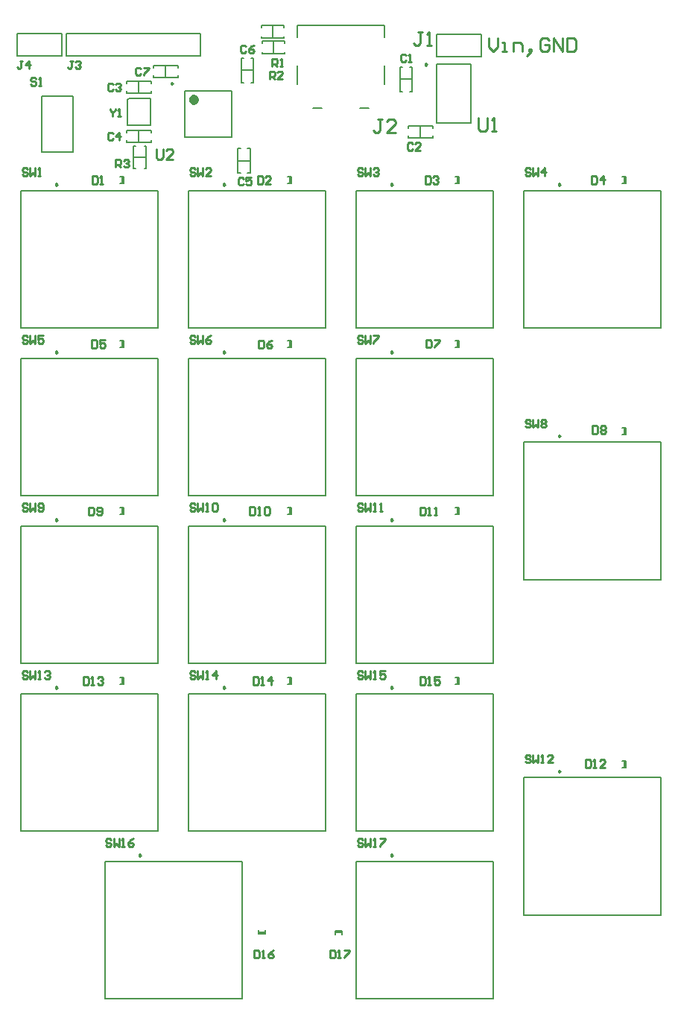
<source format=gto>
G04*
G04 #@! TF.GenerationSoftware,Altium Limited,Altium Designer,21.3.2 (30)*
G04*
G04 Layer_Color=65535*
%FSLAX25Y25*%
%MOIN*%
G70*
G04*
G04 #@! TF.SameCoordinates,2B475E60-5533-4C64-9BAB-B6E77246D606*
G04*
G04*
G04 #@! TF.FilePolarity,Positive*
G04*
G01*
G75*
%ADD10C,0.00394*%
%ADD11C,0.00984*%
%ADD12C,0.02362*%
%ADD13C,0.00787*%
%ADD14C,0.00591*%
%ADD15C,0.01000*%
D10*
X54685Y410299D02*
D03*
D11*
X188992Y425189D02*
X188254Y425615D01*
Y424763D01*
X188992Y425189D01*
X75350Y416583D02*
X74612Y417009D01*
Y416156D01*
X75350Y416583D01*
X60943Y71415D02*
X60205Y71842D01*
Y70989D01*
X60943Y71415D01*
X23443Y146415D02*
X22705Y146842D01*
Y145989D01*
X23443Y146415D01*
Y221415D02*
X22705Y221842D01*
Y220989D01*
X23443Y221415D01*
Y296415D02*
X22705Y296842D01*
Y295989D01*
X23443Y296415D01*
Y371415D02*
X22705Y371842D01*
Y370989D01*
X23443Y371415D01*
X98443D02*
X97705Y371842D01*
Y370989D01*
X98443Y371415D01*
X173443D02*
X172705Y371842D01*
Y370989D01*
X173443Y371415D01*
X248443D02*
X247705Y371842D01*
Y370989D01*
X248443Y371415D01*
Y258915D02*
X247705Y259342D01*
Y258489D01*
X248443Y258915D01*
X173443Y296415D02*
X172705Y296842D01*
Y295989D01*
X173443Y296415D01*
X98443D02*
X97705Y296842D01*
Y295989D01*
X98443Y296415D01*
X248443Y108915D02*
X247705Y109342D01*
Y108489D01*
X248443Y108915D01*
X173443Y221415D02*
X172705Y221842D01*
Y220989D01*
X173443Y221415D01*
X98443D02*
X97705Y221842D01*
Y220989D01*
X98443Y221415D01*
X173443Y146415D02*
X172705Y146842D01*
Y145989D01*
X173443Y146415D01*
X98443D02*
X97705Y146842D01*
Y145989D01*
X98443Y146415D01*
X173443Y71415D02*
X172705Y71842D01*
Y70989D01*
X173443Y71415D01*
D12*
X85685Y409496D02*
X85240Y410420D01*
X84241Y410647D01*
X83440Y410008D01*
Y408984D01*
X84241Y408345D01*
X85240Y408573D01*
X85685Y409496D01*
D13*
X65118Y398095D02*
Y409905D01*
X54882Y398095D02*
X65118D01*
X55669Y409905D02*
X65118D01*
X54882Y409118D02*
X55669Y409905D01*
X54882Y398095D02*
Y409118D01*
X193323Y398811D02*
Y425189D01*
X208677Y398811D02*
Y425189D01*
X193323D02*
X208677D01*
X193323Y398811D02*
X208677D01*
X51571Y371900D02*
X53287D01*
Y374900D01*
X52500Y371900D02*
Y374900D01*
X51571D02*
X53287D01*
X126471D02*
X128187D01*
X127400Y371900D02*
Y374900D01*
X128187Y371900D02*
Y374900D01*
X126471Y371900D02*
X128187D01*
X201571Y374900D02*
X203287D01*
X202500Y371900D02*
Y374900D01*
X203287Y371900D02*
Y374900D01*
X201571Y371900D02*
X203287D01*
X276171Y374900D02*
X277887D01*
X277100Y371900D02*
Y374900D01*
X277887Y371900D02*
Y374900D01*
X276171Y371900D02*
X277887D01*
X51571Y301500D02*
X53287D01*
X52500Y298500D02*
Y301500D01*
X53287Y298500D02*
Y301500D01*
X51571Y298500D02*
X53287D01*
X126471Y301500D02*
X128187D01*
X127400Y298500D02*
Y301500D01*
X128187Y298500D02*
Y301500D01*
X126471Y298500D02*
X128187D01*
X201571Y301500D02*
X203287D01*
X202500Y298500D02*
Y301500D01*
X203287Y298500D02*
Y301500D01*
X201571Y298500D02*
X203287D01*
X276171Y262700D02*
X277887D01*
X277100Y259700D02*
Y262700D01*
X277887Y259700D02*
Y262700D01*
X276171Y259700D02*
X277887D01*
X51571Y223800D02*
X53287D01*
Y226800D01*
X52500Y223800D02*
Y226800D01*
X51571D02*
X53287D01*
X126471Y223800D02*
X128187D01*
Y226800D01*
X127400Y223800D02*
Y226800D01*
X126471D02*
X128187D01*
X201571D02*
X203287D01*
X202500Y223800D02*
Y226800D01*
X203287Y223800D02*
Y226800D01*
X201571Y223800D02*
X203287D01*
X276171Y110500D02*
X277887D01*
Y113500D01*
X277100Y110500D02*
Y113500D01*
X276171D02*
X277887D01*
X51571Y148000D02*
X53287D01*
Y151000D01*
X52500Y148000D02*
Y151000D01*
X51571D02*
X53287D01*
X126471Y148000D02*
X128187D01*
Y151000D01*
X127400Y148000D02*
Y151000D01*
X126471D02*
X128187D01*
X201571Y148000D02*
X203287D01*
Y151000D01*
X202500Y148000D02*
Y151000D01*
X201571D02*
X203287D01*
X116500Y36113D02*
Y37829D01*
X113500Y36900D02*
X116500D01*
X113500Y36113D02*
X116500D01*
X113500D02*
Y37829D01*
X151000Y35971D02*
Y37687D01*
X148000D02*
X151000D01*
X148000Y36900D02*
X151000D01*
X148000Y35971D02*
Y37687D01*
X213169Y428625D02*
Y438625D01*
X193169Y428625D02*
X213169D01*
X193169D02*
Y438625D01*
X213169D01*
X170000Y437268D02*
Y442768D01*
X131000D02*
X170000D01*
X131000Y437268D02*
Y442768D01*
X159000Y405768D02*
X163000D01*
X138000D02*
X142000D01*
X170000Y416268D02*
Y424768D01*
X131000Y416268D02*
Y424768D01*
X80567Y392567D02*
Y413433D01*
X101433Y392567D02*
Y413433D01*
X80567D02*
X101433D01*
X80567Y392567D02*
X101433D01*
X30500Y386000D02*
Y411000D01*
X16500D02*
X30500D01*
X16500Y386000D02*
Y411000D01*
Y386000D02*
X30500D01*
X5500Y429000D02*
X25500D01*
Y439000D01*
X5500D02*
X25500D01*
X5500Y429000D02*
Y439000D01*
X27500Y429000D02*
Y439000D01*
X87500Y429000D02*
Y439000D01*
X27500Y429000D02*
X87500D01*
X27500Y439000D02*
X87500D01*
X44742Y68660D02*
X106159D01*
Y7242D02*
Y68660D01*
X44742Y7242D02*
X106159D01*
X44742D02*
Y68660D01*
X7242Y143659D02*
X68659D01*
Y82242D02*
Y143659D01*
X7242Y82242D02*
X68659D01*
X7242D02*
Y143659D01*
Y218659D02*
X68659D01*
Y157242D02*
Y218659D01*
X7242Y157242D02*
X68659D01*
X7242D02*
Y218659D01*
Y293659D02*
X68659D01*
Y232242D02*
Y293659D01*
X7242Y232242D02*
X68659D01*
X7242D02*
Y293659D01*
Y368659D02*
X68659D01*
Y307242D02*
Y368659D01*
X7242Y307242D02*
X68659D01*
X7242D02*
Y368659D01*
X82242D02*
X143659D01*
Y307242D02*
Y368659D01*
X82242Y307242D02*
X143659D01*
X82242D02*
Y368659D01*
X157242D02*
X218659D01*
Y307242D02*
Y368659D01*
X157242Y307242D02*
X218659D01*
X157242D02*
Y368659D01*
X232242D02*
X293659D01*
Y307242D02*
Y368659D01*
X232242Y307242D02*
X293659D01*
X232242D02*
Y368659D01*
Y256159D02*
X293659D01*
Y194742D02*
Y256159D01*
X232242Y194742D02*
X293659D01*
X232242D02*
Y256159D01*
X157242Y293659D02*
X218659D01*
Y232242D02*
Y293659D01*
X157242Y232242D02*
X218659D01*
X157242D02*
Y293659D01*
X82242D02*
X143659D01*
Y232242D02*
Y293659D01*
X82242Y232242D02*
X143659D01*
X82242D02*
Y293659D01*
X232242Y106159D02*
X293659D01*
Y44742D02*
Y106159D01*
X232242Y44742D02*
X293659D01*
X232242D02*
Y106159D01*
X157242Y218659D02*
X218659D01*
Y157242D02*
Y218659D01*
X157242Y157242D02*
X218659D01*
X157242D02*
Y218659D01*
X82242D02*
X143659D01*
Y157242D02*
Y218659D01*
X82242Y157242D02*
X143659D01*
X82242D02*
Y218659D01*
X157242Y143659D02*
X218659D01*
Y82242D02*
Y143659D01*
X157242Y82242D02*
X218659D01*
X157242D02*
Y143659D01*
X82242D02*
X143659D01*
Y82242D02*
Y143659D01*
X82242Y82242D02*
X143659D01*
X82242D02*
Y143659D01*
X157242Y68660D02*
X218659D01*
Y7242D02*
Y68660D01*
X157242Y7242D02*
X218659D01*
X157242D02*
Y68660D01*
D14*
X60000Y390244D02*
Y395756D01*
X54488Y394575D02*
Y395756D01*
X65512D01*
Y394575D02*
Y395756D01*
Y390244D02*
Y391425D01*
X54488Y390244D02*
X65512D01*
X54488D02*
Y391425D01*
X120000Y436944D02*
Y442456D01*
X125000Y436944D02*
Y437700D01*
X115000Y436944D02*
X125000D01*
X115000D02*
Y437700D01*
Y441700D02*
Y442456D01*
X125000D01*
Y441700D02*
Y442456D01*
X180488Y392244D02*
Y393425D01*
Y392244D02*
X191512D01*
Y393425D01*
Y396575D02*
Y397756D01*
X180488D02*
X191512D01*
X180488Y396575D02*
Y397756D01*
X186000Y392244D02*
Y397756D01*
X62400Y378500D02*
X63156D01*
Y388500D01*
X62400D02*
X63156D01*
X57644D02*
X58400D01*
X57644Y378500D02*
Y388500D01*
Y378500D02*
X58400D01*
X57644Y383500D02*
X63156D01*
X66488Y419244D02*
Y420425D01*
Y419244D02*
X77512D01*
Y420425D01*
Y423575D02*
Y424756D01*
X66488D02*
X77512D01*
X66488Y423575D02*
Y424756D01*
X72000Y419244D02*
Y424756D01*
X60000Y412244D02*
Y417756D01*
X65512Y412244D02*
Y413425D01*
X54488Y412244D02*
X65512D01*
X54488D02*
Y413425D01*
Y416575D02*
Y417756D01*
X65512D01*
Y416575D02*
Y417756D01*
X125059Y434700D02*
Y435456D01*
X115059D02*
X125059D01*
X115059Y434700D02*
Y435456D01*
Y429944D02*
Y430700D01*
Y429944D02*
X125059D01*
Y430700D01*
X120059Y429944D02*
Y435456D01*
X105744Y422500D02*
X111256D01*
X110075Y428012D02*
X111256D01*
Y416988D02*
Y428012D01*
X110075Y416988D02*
X111256D01*
X105744D02*
X106925D01*
X105744D02*
Y428012D01*
X106925D01*
X108575Y376488D02*
X109756D01*
Y387512D01*
X108575D02*
X109756D01*
X104244D02*
X105425D01*
X104244Y376488D02*
Y387512D01*
Y376488D02*
X105425D01*
X104244Y382000D02*
X109756D01*
X176744Y418500D02*
X182256D01*
X176744Y412988D02*
X177925D01*
X176744D02*
Y424012D01*
X177925D01*
X181075D02*
X182256D01*
Y412988D02*
Y424012D01*
X181075Y412988D02*
X182256D01*
D15*
X216600Y437097D02*
Y433099D01*
X218599Y431099D01*
X220599Y433099D01*
Y437097D01*
X222598Y431099D02*
X224597D01*
X223598D01*
Y435098D01*
X222598D01*
X227596Y431099D02*
Y435098D01*
X230595D01*
X231595Y434098D01*
Y431099D01*
X234594Y430100D02*
X235594Y431099D01*
Y432099D01*
X234594D01*
Y431099D01*
X235594D01*
X234594Y430100D01*
X233594Y429100D01*
X243591Y436098D02*
X242592Y437097D01*
X240592D01*
X239593Y436098D01*
Y432099D01*
X240592Y431099D01*
X242592D01*
X243591Y432099D01*
Y434098D01*
X241592D01*
X245591Y431099D02*
Y437097D01*
X249589Y431099D01*
Y437097D01*
X251589D02*
Y431099D01*
X254588D01*
X255587Y432099D01*
Y436098D01*
X254588Y437097D01*
X251589D01*
X186900Y439599D02*
X184901D01*
X185900D01*
Y434601D01*
X184901Y433601D01*
X183901D01*
X182901Y434601D01*
X188899Y433601D02*
X190899D01*
X189899D01*
Y439599D01*
X188899Y438599D01*
X47067Y405349D02*
Y404766D01*
X48234Y403600D01*
X49400Y404766D01*
Y405349D01*
X48234Y403600D02*
Y401851D01*
X50566D02*
X51733D01*
X51149D01*
Y405349D01*
X50566Y404766D01*
X67751Y387249D02*
Y383501D01*
X68501Y382751D01*
X70000D01*
X70750Y383501D01*
Y387249D01*
X75249Y382751D02*
X72250D01*
X75249Y385750D01*
Y386500D01*
X74499Y387249D01*
X73000D01*
X72250Y386500D01*
X211901Y401399D02*
Y396401D01*
X212901Y395401D01*
X214900D01*
X215900Y396401D01*
Y401399D01*
X217899Y395401D02*
X219899D01*
X218899D01*
Y401399D01*
X217899Y400399D01*
X160133Y78267D02*
X159549Y78850D01*
X158383D01*
X157800Y78267D01*
Y77683D01*
X158383Y77100D01*
X159549D01*
X160133Y76517D01*
Y75934D01*
X159549Y75351D01*
X158383D01*
X157800Y75934D01*
X161299Y78850D02*
Y75351D01*
X162465Y76517D01*
X163631Y75351D01*
Y78850D01*
X164798Y75351D02*
X165964D01*
X165381D01*
Y78850D01*
X164798Y78267D01*
X167713Y78850D02*
X170046D01*
Y78267D01*
X167713Y75934D01*
Y75351D01*
X47533Y78267D02*
X46949Y78850D01*
X45783D01*
X45200Y78267D01*
Y77683D01*
X45783Y77100D01*
X46949D01*
X47533Y76517D01*
Y75934D01*
X46949Y75351D01*
X45783D01*
X45200Y75934D01*
X48699Y78850D02*
Y75351D01*
X49865Y76517D01*
X51032Y75351D01*
Y78850D01*
X52198Y75351D02*
X53364D01*
X52781D01*
Y78850D01*
X52198Y78267D01*
X57446Y78850D02*
X56280Y78267D01*
X55114Y77100D01*
Y75934D01*
X55697Y75351D01*
X56863D01*
X57446Y75934D01*
Y76517D01*
X56863Y77100D01*
X55114D01*
X160133Y153267D02*
X159549Y153850D01*
X158383D01*
X157800Y153267D01*
Y152683D01*
X158383Y152100D01*
X159549D01*
X160133Y151517D01*
Y150934D01*
X159549Y150351D01*
X158383D01*
X157800Y150934D01*
X161299Y153850D02*
Y150351D01*
X162465Y151517D01*
X163631Y150351D01*
Y153850D01*
X164798Y150351D02*
X165964D01*
X165381D01*
Y153850D01*
X164798Y153267D01*
X170046Y153850D02*
X167713D01*
Y152100D01*
X168880Y152683D01*
X169463D01*
X170046Y152100D01*
Y150934D01*
X169463Y150351D01*
X168297D01*
X167713Y150934D01*
X85133Y153267D02*
X84549Y153850D01*
X83383D01*
X82800Y153267D01*
Y152683D01*
X83383Y152100D01*
X84549D01*
X85133Y151517D01*
Y150934D01*
X84549Y150351D01*
X83383D01*
X82800Y150934D01*
X86299Y153850D02*
Y150351D01*
X87465Y151517D01*
X88631Y150351D01*
Y153850D01*
X89798Y150351D02*
X90964D01*
X90381D01*
Y153850D01*
X89798Y153267D01*
X94463Y150351D02*
Y153850D01*
X92713Y152100D01*
X95046D01*
X10133Y153267D02*
X9549Y153850D01*
X8383D01*
X7800Y153267D01*
Y152683D01*
X8383Y152100D01*
X9549D01*
X10133Y151517D01*
Y150934D01*
X9549Y150351D01*
X8383D01*
X7800Y150934D01*
X11299Y153850D02*
Y150351D01*
X12465Y151517D01*
X13632Y150351D01*
Y153850D01*
X14798Y150351D02*
X15964D01*
X15381D01*
Y153850D01*
X14798Y153267D01*
X17714D02*
X18297Y153850D01*
X19463D01*
X20046Y153267D01*
Y152683D01*
X19463Y152100D01*
X18880D01*
X19463D01*
X20046Y151517D01*
Y150934D01*
X19463Y150351D01*
X18297D01*
X17714Y150934D01*
X235133Y115767D02*
X234549Y116350D01*
X233383D01*
X232800Y115767D01*
Y115183D01*
X233383Y114600D01*
X234549D01*
X235133Y114017D01*
Y113434D01*
X234549Y112851D01*
X233383D01*
X232800Y113434D01*
X236299Y116350D02*
Y112851D01*
X237465Y114017D01*
X238631Y112851D01*
Y116350D01*
X239798Y112851D02*
X240964D01*
X240381D01*
Y116350D01*
X239798Y115767D01*
X245046Y112851D02*
X242713D01*
X245046Y115183D01*
Y115767D01*
X244463Y116350D01*
X243297D01*
X242713Y115767D01*
X160133Y228267D02*
X159549Y228850D01*
X158383D01*
X157800Y228267D01*
Y227683D01*
X158383Y227100D01*
X159549D01*
X160133Y226517D01*
Y225934D01*
X159549Y225351D01*
X158383D01*
X157800Y225934D01*
X161299Y228850D02*
Y225351D01*
X162465Y226517D01*
X163631Y225351D01*
Y228850D01*
X164798Y225351D02*
X165964D01*
X165381D01*
Y228850D01*
X164798Y228267D01*
X167713Y225351D02*
X168880D01*
X168297D01*
Y228850D01*
X167713Y228267D01*
X85133D02*
X84549Y228850D01*
X83383D01*
X82800Y228267D01*
Y227683D01*
X83383Y227100D01*
X84549D01*
X85133Y226517D01*
Y225934D01*
X84549Y225351D01*
X83383D01*
X82800Y225934D01*
X86299Y228850D02*
Y225351D01*
X87465Y226517D01*
X88631Y225351D01*
Y228850D01*
X89798Y225351D02*
X90964D01*
X90381D01*
Y228850D01*
X89798Y228267D01*
X92713D02*
X93297Y228850D01*
X94463D01*
X95046Y228267D01*
Y225934D01*
X94463Y225351D01*
X93297D01*
X92713Y225934D01*
Y228267D01*
X10133D02*
X9549Y228850D01*
X8383D01*
X7800Y228267D01*
Y227683D01*
X8383Y227100D01*
X9549D01*
X10133Y226517D01*
Y225934D01*
X9549Y225351D01*
X8383D01*
X7800Y225934D01*
X11299Y228850D02*
Y225351D01*
X12465Y226517D01*
X13632Y225351D01*
Y228850D01*
X14798Y225934D02*
X15381Y225351D01*
X16547D01*
X17130Y225934D01*
Y228267D01*
X16547Y228850D01*
X15381D01*
X14798Y228267D01*
Y227683D01*
X15381Y227100D01*
X17130D01*
X235133Y265767D02*
X234549Y266350D01*
X233383D01*
X232800Y265767D01*
Y265183D01*
X233383Y264600D01*
X234549D01*
X235133Y264017D01*
Y263434D01*
X234549Y262851D01*
X233383D01*
X232800Y263434D01*
X236299Y266350D02*
Y262851D01*
X237465Y264017D01*
X238631Y262851D01*
Y266350D01*
X239798Y265767D02*
X240381Y266350D01*
X241547D01*
X242130Y265767D01*
Y265183D01*
X241547Y264600D01*
X242130Y264017D01*
Y263434D01*
X241547Y262851D01*
X240381D01*
X239798Y263434D01*
Y264017D01*
X240381Y264600D01*
X239798Y265183D01*
Y265767D01*
X240381Y264600D02*
X241547D01*
X160133Y303267D02*
X159549Y303850D01*
X158383D01*
X157800Y303267D01*
Y302683D01*
X158383Y302100D01*
X159549D01*
X160133Y301517D01*
Y300934D01*
X159549Y300351D01*
X158383D01*
X157800Y300934D01*
X161299Y303850D02*
Y300351D01*
X162465Y301517D01*
X163631Y300351D01*
Y303850D01*
X164798D02*
X167130D01*
Y303267D01*
X164798Y300934D01*
Y300351D01*
X85133Y303267D02*
X84549Y303850D01*
X83383D01*
X82800Y303267D01*
Y302683D01*
X83383Y302100D01*
X84549D01*
X85133Y301517D01*
Y300934D01*
X84549Y300351D01*
X83383D01*
X82800Y300934D01*
X86299Y303850D02*
Y300351D01*
X87465Y301517D01*
X88631Y300351D01*
Y303850D01*
X92130D02*
X90964Y303267D01*
X89798Y302100D01*
Y300934D01*
X90381Y300351D01*
X91547D01*
X92130Y300934D01*
Y301517D01*
X91547Y302100D01*
X89798D01*
X10133Y303267D02*
X9549Y303850D01*
X8383D01*
X7800Y303267D01*
Y302683D01*
X8383Y302100D01*
X9549D01*
X10133Y301517D01*
Y300934D01*
X9549Y300351D01*
X8383D01*
X7800Y300934D01*
X11299Y303850D02*
Y300351D01*
X12465Y301517D01*
X13632Y300351D01*
Y303850D01*
X17130D02*
X14798D01*
Y302100D01*
X15964Y302683D01*
X16547D01*
X17130Y302100D01*
Y300934D01*
X16547Y300351D01*
X15381D01*
X14798Y300934D01*
X235133Y378267D02*
X234549Y378850D01*
X233383D01*
X232800Y378267D01*
Y377683D01*
X233383Y377100D01*
X234549D01*
X235133Y376517D01*
Y375934D01*
X234549Y375351D01*
X233383D01*
X232800Y375934D01*
X236299Y378850D02*
Y375351D01*
X237465Y376517D01*
X238631Y375351D01*
Y378850D01*
X241547Y375351D02*
Y378850D01*
X239798Y377100D01*
X242130D01*
X160133Y378267D02*
X159549Y378850D01*
X158383D01*
X157800Y378267D01*
Y377683D01*
X158383Y377100D01*
X159549D01*
X160133Y376517D01*
Y375934D01*
X159549Y375351D01*
X158383D01*
X157800Y375934D01*
X161299Y378850D02*
Y375351D01*
X162465Y376517D01*
X163631Y375351D01*
Y378850D01*
X164798Y378267D02*
X165381Y378850D01*
X166547D01*
X167130Y378267D01*
Y377683D01*
X166547Y377100D01*
X165964D01*
X166547D01*
X167130Y376517D01*
Y375934D01*
X166547Y375351D01*
X165381D01*
X164798Y375934D01*
X85133Y378267D02*
X84549Y378850D01*
X83383D01*
X82800Y378267D01*
Y377683D01*
X83383Y377100D01*
X84549D01*
X85133Y376517D01*
Y375934D01*
X84549Y375351D01*
X83383D01*
X82800Y375934D01*
X86299Y378850D02*
Y375351D01*
X87465Y376517D01*
X88631Y375351D01*
Y378850D01*
X92130Y375351D02*
X89798D01*
X92130Y377683D01*
Y378267D01*
X91547Y378850D01*
X90381D01*
X89798Y378267D01*
X10133D02*
X9549Y378850D01*
X8383D01*
X7800Y378267D01*
Y377683D01*
X8383Y377100D01*
X9549D01*
X10133Y376517D01*
Y375934D01*
X9549Y375351D01*
X8383D01*
X7800Y375934D01*
X11299Y378850D02*
Y375351D01*
X12465Y376517D01*
X13632Y375351D01*
Y378850D01*
X14798Y375351D02*
X15964D01*
X15381D01*
Y378850D01*
X14798Y378267D01*
X14000Y418666D02*
X13417Y419249D01*
X12251D01*
X11667Y418666D01*
Y418083D01*
X12251Y417500D01*
X13417D01*
X14000Y416917D01*
Y416334D01*
X13417Y415751D01*
X12251D01*
X11667Y416334D01*
X15166Y415751D02*
X16333D01*
X15749D01*
Y419249D01*
X15166Y418666D01*
X49684Y379151D02*
Y382649D01*
X51434D01*
X52017Y382066D01*
Y380900D01*
X51434Y380317D01*
X49684D01*
X50851D02*
X52017Y379151D01*
X53183Y382066D02*
X53766Y382649D01*
X54933D01*
X55516Y382066D01*
Y381483D01*
X54933Y380900D01*
X54349D01*
X54933D01*
X55516Y380317D01*
Y379734D01*
X54933Y379151D01*
X53766D01*
X53183Y379734D01*
X118467Y418551D02*
Y422049D01*
X120217D01*
X120800Y421466D01*
Y420300D01*
X120217Y419717D01*
X118467D01*
X119634D02*
X120800Y418551D01*
X124299D02*
X121966D01*
X124299Y420883D01*
Y421466D01*
X123716Y422049D01*
X122549D01*
X121966Y421466D01*
X119634Y424251D02*
Y427749D01*
X121383D01*
X121966Y427166D01*
Y426000D01*
X121383Y425417D01*
X119634D01*
X120800D02*
X121966Y424251D01*
X123133D02*
X124299D01*
X123716D01*
Y427749D01*
X123133Y427166D01*
X7917Y426749D02*
X6751D01*
X7334D01*
Y423834D01*
X6751Y423251D01*
X6167D01*
X5584Y423834D01*
X10833Y423251D02*
Y426749D01*
X9083Y425000D01*
X11416D01*
X30417Y426749D02*
X29251D01*
X29834D01*
Y423834D01*
X29251Y423251D01*
X28667D01*
X28084Y423834D01*
X31583Y426166D02*
X32166Y426749D01*
X33333D01*
X33916Y426166D01*
Y425583D01*
X33333Y425000D01*
X32749D01*
X33333D01*
X33916Y424417D01*
Y423834D01*
X33333Y423251D01*
X32166D01*
X31583Y423834D01*
X168800Y400499D02*
X166801D01*
X167801D01*
Y395501D01*
X166801Y394501D01*
X165801D01*
X164802Y395501D01*
X174798Y394501D02*
X170800D01*
X174798Y398500D01*
Y399499D01*
X173799Y400499D01*
X171799D01*
X170800Y399499D01*
X145426Y28949D02*
Y25451D01*
X147176D01*
X147759Y26034D01*
Y28366D01*
X147176Y28949D01*
X145426D01*
X148925Y25451D02*
X150092D01*
X149508D01*
Y28949D01*
X148925Y28366D01*
X151841Y28949D02*
X154174D01*
Y28366D01*
X151841Y26034D01*
Y25451D01*
X111526Y28949D02*
Y25451D01*
X113276D01*
X113859Y26034D01*
Y28366D01*
X113276Y28949D01*
X111526D01*
X115025Y25451D02*
X116192D01*
X115608D01*
Y28949D01*
X115025Y28366D01*
X120274Y28949D02*
X119107Y28366D01*
X117941Y27200D01*
Y26034D01*
X118524Y25451D01*
X119690D01*
X120274Y26034D01*
Y26617D01*
X119690Y27200D01*
X117941D01*
X185726Y151149D02*
Y147651D01*
X187476D01*
X188059Y148234D01*
Y150566D01*
X187476Y151149D01*
X185726D01*
X189225Y147651D02*
X190392D01*
X189808D01*
Y151149D01*
X189225Y150566D01*
X194474Y151149D02*
X192141D01*
Y149400D01*
X193307Y149983D01*
X193890D01*
X194474Y149400D01*
Y148234D01*
X193890Y147651D01*
X192724D01*
X192141Y148234D01*
X111126Y151249D02*
Y147751D01*
X112876D01*
X113459Y148334D01*
Y150666D01*
X112876Y151249D01*
X111126D01*
X114625Y147751D02*
X115792D01*
X115208D01*
Y151249D01*
X114625Y150666D01*
X119290Y147751D02*
Y151249D01*
X117541Y149500D01*
X119874D01*
X35189Y151249D02*
Y147751D01*
X36939D01*
X37522Y148334D01*
Y150666D01*
X36939Y151249D01*
X35189D01*
X38688Y147751D02*
X39855D01*
X39271D01*
Y151249D01*
X38688Y150666D01*
X41604D02*
X42187Y151249D01*
X43353D01*
X43937Y150666D01*
Y150083D01*
X43353Y149500D01*
X42770D01*
X43353D01*
X43937Y148917D01*
Y148334D01*
X43353Y147751D01*
X42187D01*
X41604Y148334D01*
X259826Y114149D02*
Y110651D01*
X261576D01*
X262159Y111234D01*
Y113566D01*
X261576Y114149D01*
X259826D01*
X263325Y110651D02*
X264492D01*
X263908D01*
Y114149D01*
X263325Y113566D01*
X268574Y110651D02*
X266241D01*
X268574Y112983D01*
Y113566D01*
X267990Y114149D01*
X266824D01*
X266241Y113566D01*
X185710Y227049D02*
Y223551D01*
X187459D01*
X188042Y224134D01*
Y226466D01*
X187459Y227049D01*
X185710D01*
X189208Y223551D02*
X190375D01*
X189792D01*
Y227049D01*
X189208Y226466D01*
X192124Y223551D02*
X193290D01*
X192707D01*
Y227049D01*
X192124Y226466D01*
X109626Y227249D02*
Y223751D01*
X111376D01*
X111959Y224334D01*
Y226666D01*
X111376Y227249D01*
X109626D01*
X113125Y223751D02*
X114292D01*
X113708D01*
Y227249D01*
X113125Y226666D01*
X116041D02*
X116624Y227249D01*
X117790D01*
X118374Y226666D01*
Y224334D01*
X117790Y223751D01*
X116624D01*
X116041Y224334D01*
Y226666D01*
X37584Y227049D02*
Y223551D01*
X39334D01*
X39917Y224134D01*
Y226466D01*
X39334Y227049D01*
X37584D01*
X41083Y224134D02*
X41666Y223551D01*
X42833D01*
X43416Y224134D01*
Y226466D01*
X42833Y227049D01*
X41666D01*
X41083Y226466D01*
Y225883D01*
X41666Y225300D01*
X43416D01*
X262984Y263449D02*
Y259951D01*
X264734D01*
X265317Y260534D01*
Y262866D01*
X264734Y263449D01*
X262984D01*
X266483Y262866D02*
X267066Y263449D01*
X268233D01*
X268816Y262866D01*
Y262283D01*
X268233Y261700D01*
X268816Y261117D01*
Y260534D01*
X268233Y259951D01*
X267066D01*
X266483Y260534D01*
Y261117D01*
X267066Y261700D01*
X266483Y262283D01*
Y262866D01*
X267066Y261700D02*
X268233D01*
X188584Y301949D02*
Y298451D01*
X190334D01*
X190917Y299034D01*
Y301366D01*
X190334Y301949D01*
X188584D01*
X192083D02*
X194416D01*
Y301366D01*
X192083Y299034D01*
Y298451D01*
X113684Y301749D02*
Y298251D01*
X115434D01*
X116017Y298834D01*
Y301166D01*
X115434Y301749D01*
X113684D01*
X119516D02*
X118349Y301166D01*
X117183Y300000D01*
Y298834D01*
X117766Y298251D01*
X118933D01*
X119516Y298834D01*
Y299417D01*
X118933Y300000D01*
X117183D01*
X38947Y301849D02*
Y298351D01*
X40697D01*
X41280Y298934D01*
Y301266D01*
X40697Y301849D01*
X38947D01*
X44779D02*
X42446D01*
Y300100D01*
X43612Y300683D01*
X44196D01*
X44779Y300100D01*
Y298934D01*
X44196Y298351D01*
X43029D01*
X42446Y298934D01*
X262584Y375249D02*
Y371751D01*
X264334D01*
X264917Y372334D01*
Y374666D01*
X264334Y375249D01*
X262584D01*
X267833Y371751D02*
Y375249D01*
X266083Y373500D01*
X268416D01*
X188084Y375249D02*
Y371751D01*
X189834D01*
X190417Y372334D01*
Y374666D01*
X189834Y375249D01*
X188084D01*
X191583Y374666D02*
X192166Y375249D01*
X193333D01*
X193916Y374666D01*
Y374083D01*
X193333Y373500D01*
X192749D01*
X193333D01*
X193916Y372917D01*
Y372334D01*
X193333Y371751D01*
X192166D01*
X191583Y372334D01*
X113084Y375249D02*
Y371751D01*
X114834D01*
X115417Y372334D01*
Y374666D01*
X114834Y375249D01*
X113084D01*
X118916Y371751D02*
X116583D01*
X118916Y374083D01*
Y374666D01*
X118333Y375249D01*
X117166D01*
X116583Y374666D01*
X39167Y375249D02*
Y371751D01*
X40917D01*
X41500Y372334D01*
Y374666D01*
X40917Y375249D01*
X39167D01*
X42666Y371751D02*
X43833D01*
X43249D01*
Y375249D01*
X42666Y374666D01*
X60917Y423166D02*
X60334Y423749D01*
X59167D01*
X58584Y423166D01*
Y420834D01*
X59167Y420251D01*
X60334D01*
X60917Y420834D01*
X62083Y423749D02*
X64416D01*
Y423166D01*
X62083Y420834D01*
Y420251D01*
X107917Y433166D02*
X107334Y433749D01*
X106167D01*
X105584Y433166D01*
Y430834D01*
X106167Y430251D01*
X107334D01*
X107917Y430834D01*
X111416Y433749D02*
X110249Y433166D01*
X109083Y432000D01*
Y430834D01*
X109666Y430251D01*
X110833D01*
X111416Y430834D01*
Y431417D01*
X110833Y432000D01*
X109083D01*
X106817Y374066D02*
X106234Y374649D01*
X105067D01*
X104484Y374066D01*
Y371734D01*
X105067Y371151D01*
X106234D01*
X106817Y371734D01*
X110316Y374649D02*
X107983D01*
Y372900D01*
X109149Y373483D01*
X109733D01*
X110316Y372900D01*
Y371734D01*
X109733Y371151D01*
X108566D01*
X107983Y371734D01*
X48417Y394166D02*
X47834Y394749D01*
X46667D01*
X46084Y394166D01*
Y391834D01*
X46667Y391251D01*
X47834D01*
X48417Y391834D01*
X51333Y391251D02*
Y394749D01*
X49583Y393000D01*
X51916D01*
X48417Y416166D02*
X47834Y416749D01*
X46667D01*
X46084Y416166D01*
Y413834D01*
X46667Y413251D01*
X47834D01*
X48417Y413834D01*
X49583Y416166D02*
X50166Y416749D01*
X51333D01*
X51916Y416166D01*
Y415583D01*
X51333Y415000D01*
X50749D01*
X51333D01*
X51916Y414417D01*
Y413834D01*
X51333Y413251D01*
X50166D01*
X49583Y413834D01*
X182517Y389666D02*
X181934Y390249D01*
X180767D01*
X180184Y389666D01*
Y387334D01*
X180767Y386751D01*
X181934D01*
X182517Y387334D01*
X186016Y386751D02*
X183683D01*
X186016Y389083D01*
Y389666D01*
X185433Y390249D01*
X184266D01*
X183683Y389666D01*
X179500Y429166D02*
X178917Y429749D01*
X177751D01*
X177167Y429166D01*
Y426834D01*
X177751Y426251D01*
X178917D01*
X179500Y426834D01*
X180666Y426251D02*
X181833D01*
X181249D01*
Y429749D01*
X180666Y429166D01*
M02*

</source>
